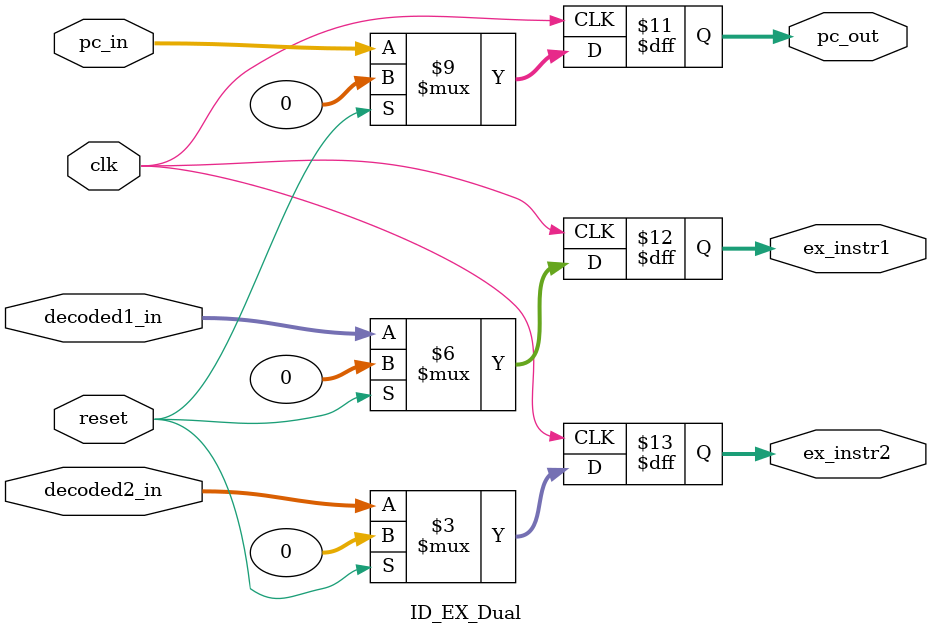
<source format=v>
module ID_EX_Dual(
    input clk,
    input reset,
    input [31:0] pc_in,
    input [31:0] decoded1_in,
    input [31:0] decoded2_in,
    output reg [31:0] pc_out,
    output reg [31:0] ex_instr1,
    output reg [31:0] ex_instr2
);
    always @(posedge clk) begin
        if (reset) begin
            pc_out <= 0;
            ex_instr1 <= 0;
            ex_instr2 <= 0;
        end else begin
            pc_out <= pc_in;
            ex_instr1 <= decoded1_in;
            ex_instr2 <= decoded2_in;
        end
    end
endmodule

</source>
